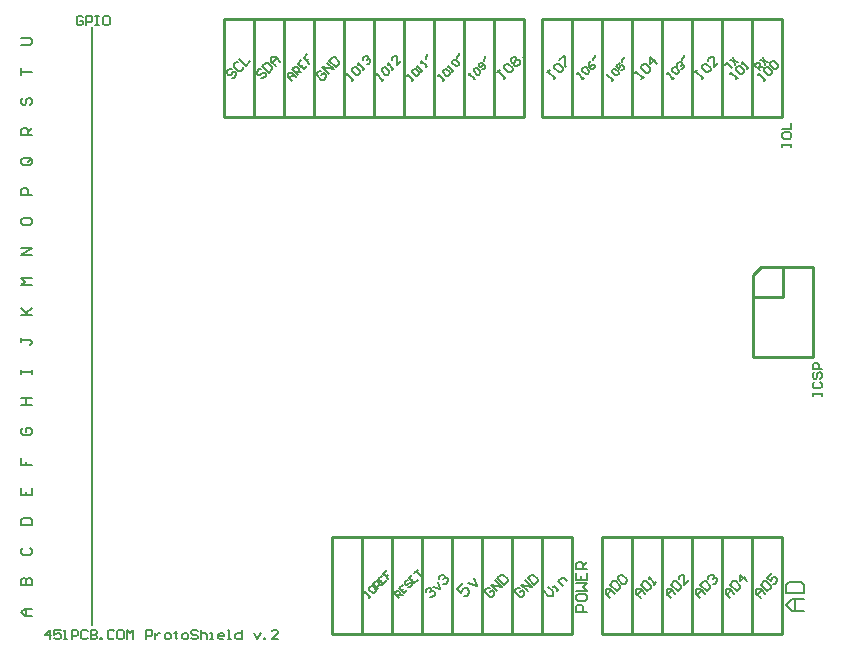
<source format=gto>
%FSTAX23Y23*%
%MOIN*%
%SFA1B1*%

%IPPOS*%
%ADD16C,0.010000*%
%ADD17C,0.007870*%
%ADD18C,0.005910*%
%ADD19C,0.005000*%
%ADD20C,0.005120*%
%LNarduino-uno-shield-v2-1*%
%LPD*%
G54D16*
X02455Y00948D02*
X02655D01*
Y01248*
X02455Y01148D02*
X02555D01*
Y01248*
X02455Y01223D02*
X0248Y01248D01*
X02655*
X02455Y00948D02*
Y01223D01*
X0175Y0175D02*
Y0205D01*
X0185Y0175D02*
Y02075D01*
X0195Y0175D02*
Y02075D01*
X0205Y0175D02*
Y02075D01*
X0215Y0175D02*
Y02075D01*
X0225Y0175D02*
Y02075D01*
X0245Y0175D02*
Y02075D01*
X0255Y0175D02*
Y0205D01*
X0069Y0175D02*
Y0205D01*
X0079Y0175D02*
Y02075D01*
X0089Y0175D02*
Y02075D01*
X0099Y0175D02*
Y02075D01*
X0109Y0175D02*
Y02075D01*
X0119Y0175D02*
Y02075D01*
X0129Y0175D02*
Y02075D01*
X0139Y0175D02*
Y02075D01*
X0149Y0175D02*
Y02075D01*
X0159Y0175D02*
Y02075D01*
X0255Y0005D02*
Y0035D01*
X0245Y00025D02*
Y0035D01*
X0235Y00025D02*
Y0035D01*
X0225Y00025D02*
Y0035D01*
X0215Y00025D02*
Y0035D01*
X0205Y00025D02*
Y0035D01*
X0195Y0005D02*
Y0035D01*
X0185Y0005D02*
Y0035D01*
X0175Y00025D02*
Y0035D01*
X0165Y00025D02*
Y0035D01*
X0155Y00025D02*
Y0035D01*
X0145Y00025D02*
Y0035D01*
X0135Y00025D02*
Y0035D01*
X0125Y00025D02*
Y0035D01*
X0105Y0005D02*
Y0035D01*
X0115Y00025D02*
Y0035D01*
X0105Y00225D02*
Y0035D01*
X0185*
Y00225D02*
Y0035D01*
Y00025D02*
Y0015D01*
X0105Y00025D02*
Y0015D01*
Y00025D02*
X0185D01*
X0255Y0175D02*
Y01875D01*
X0175Y0175D02*
Y01875D01*
Y0175D02*
X0255D01*
X0175Y0195D02*
Y02075D01*
X0255*
Y0195D02*
Y02075D01*
X0169Y0175D02*
Y01875D01*
X0159Y0175D02*
X0169D01*
X0069D02*
Y01875D01*
Y0175D02*
X0159D01*
X01615Y02075D02*
X0169D01*
X0069Y0195D02*
Y02075D01*
X01615*
X0195Y001D02*
Y0015D01*
X0255Y0005D02*
Y0015D01*
X0195Y00025D02*
Y001D01*
Y00025D02*
X02D01*
X0255*
Y0005*
X0235Y0175D02*
Y02075D01*
X0255Y00225D02*
Y0025D01*
X0195Y00225D02*
Y003D01*
X0205Y0035D02*
X0255D01*
Y0025D02*
Y0035D01*
X0195Y003D02*
Y0035D01*
X0205*
G54D17*
X0025Y00055D02*
Y0205D01*
X02625Y00102D02*
X02585D01*
X02565Y00122*
X02585Y00141*
X02625*
X02595*
Y00102*
X02565Y00161D02*
X02625D01*
Y0019*
X02615Y002*
X02575*
X02565Y0019*
Y00161*
G54D18*
X019Y001D02*
X01864D01*
Y00117*
X0187Y00123*
X01882*
X01888Y00117*
Y001*
X01864Y00153D02*
Y00141D01*
X0187Y00135*
X01894*
X019Y00141*
Y00153*
X01894Y00159*
X0187*
X01864Y00153*
Y0017D02*
X019D01*
X01888Y00182*
X019Y00194*
X01864*
Y00229D02*
Y00206D01*
X019*
Y00229*
X01882Y00206D02*
Y00218D01*
X019Y00241D02*
X01864D01*
Y00259*
X0187Y00265*
X01882*
X01888Y00259*
Y00241*
Y00253D02*
X019Y00265D01*
X02551Y0165D02*
Y0166D01*
Y01655*
X02582*
Y0165*
Y0166*
X02551Y01691D02*
Y01681D01*
X02556Y01676*
X02577*
X02582Y01681*
Y01691*
X02577Y01697*
X02556*
X02551Y01691*
Y01707D02*
X02582D01*
Y01728*
X02653Y00818D02*
Y00829D01*
Y00824*
X02685*
Y00818*
Y00829*
X02658Y00866D02*
X02653Y0086D01*
Y0085*
X02658Y00845*
X02679*
X02685Y0085*
Y0086*
X02679Y00866*
X02658Y00897D02*
X02653Y00892D01*
Y00881*
X02658Y00876*
X02664*
X02669Y00881*
Y00892*
X02674Y00897*
X02679*
X02685Y00892*
Y00881*
X02679Y00876*
X02685Y00908D02*
X02653D01*
Y00923*
X02658Y00929*
X02669*
X02674Y00923*
Y00908*
X0011Y00007D02*
Y00039D01*
X00094Y00023*
X00115*
X00146Y00039D02*
X00125D01*
Y00023*
X00136Y00028*
X00141*
X00146Y00023*
Y00013*
X00141Y00007*
X00131*
X00125Y00013*
X00157Y00007D02*
X00167D01*
X00162*
Y00039*
X00157Y00034*
X00183Y00007D02*
Y00039D01*
X00199*
X00204Y00034*
Y00023*
X00199Y00018*
X00183*
X00236Y00034D02*
X0023Y00039D01*
X0022*
X00215Y00034*
Y00013*
X0022Y00007*
X0023*
X00236Y00013*
X00246Y00039D02*
Y00007D01*
X00262*
X00267Y00013*
Y00018*
X00262Y00023*
X00246*
X00262*
X00267Y00028*
Y00034*
X00262Y00039*
X00246*
X00278Y00007D02*
Y00013D01*
X00283*
Y00007*
X00278*
X00325Y00034D02*
X0032Y00039D01*
X00309*
X00304Y00034*
Y00013*
X00309Y00007*
X0032*
X00325Y00013*
X00351Y00039D02*
X00341D01*
X00335Y00034*
Y00013*
X00341Y00007*
X00351*
X00356Y00013*
Y00034*
X00351Y00039*
X00367Y00007D02*
Y00039D01*
X00377Y00028*
X00388Y00039*
Y00007*
X0043D02*
Y00039D01*
X00446*
X00451Y00034*
Y00023*
X00446Y00018*
X0043*
X00461Y00028D02*
Y00007D01*
Y00018*
X00467Y00023*
X00472Y00028*
X00477*
X00498Y00007D02*
X00509D01*
X00514Y00013*
Y00023*
X00509Y00028*
X00498*
X00493Y00023*
Y00013*
X00498Y00007*
X0053Y00034D02*
Y00028D01*
X00524*
X00535*
X0053*
Y00013*
X00535Y00007*
X00556D02*
X00566D01*
X00572Y00013*
Y00023*
X00566Y00028*
X00556*
X00551Y00023*
Y00013*
X00556Y00007*
X00603Y00034D02*
X00598Y00039D01*
X00587*
X00582Y00034*
Y00028*
X00587Y00023*
X00598*
X00603Y00018*
Y00013*
X00598Y00007*
X00587*
X00582Y00013*
X00614Y00039D02*
Y00007D01*
Y00023*
X00619Y00028*
X00629*
X00635Y00023*
Y00007*
X00645D02*
X00655D01*
X0065*
Y00028*
X00645*
X00687Y00007D02*
X00676D01*
X00671Y00013*
Y00023*
X00676Y00028*
X00687*
X00692Y00023*
Y00018*
X00671*
X00703Y00007D02*
X00713D01*
X00708*
Y00039*
X00703*
X0075D02*
Y00007D01*
X00734*
X00729Y00013*
Y00023*
X00734Y00028*
X0075*
X00792D02*
X00802Y00007D01*
X00813Y00028*
X00823Y00007D02*
Y00013D01*
X00829*
Y00007*
X00823*
X00871D02*
X0085D01*
X00871Y00028*
Y00034*
X00865Y00039*
X00855*
X0085Y00034*
X0005Y00086D02*
X00026D01*
X00014Y00098*
X00026Y0011*
X0005*
X00032*
Y00086*
X02472Y01889D02*
X02479Y01896D01*
X02475Y01892*
X02495Y01873*
X02492Y0187*
X02498Y01876*
Y01915D02*
X02492Y01909D01*
Y01902*
X02505Y01889*
X02511*
X02518Y01896*
Y01902*
X02505Y01915*
X02498*
X02511Y01922D02*
Y01928D01*
X02518Y01935*
X02524*
X02537Y01922*
Y01915*
X02531Y01909*
X02524*
X02511Y01922*
X02378Y01893D02*
X02384Y01899D01*
X02381Y01896*
X024Y01877*
X02397Y01874*
X02404Y0188*
Y01919D02*
X02397Y01912D01*
Y01906*
X0241Y01893*
X02417*
X02423Y01899*
Y01906*
X0241Y01919*
X02404*
X02433Y01909D02*
X02439Y01916D01*
X02436Y01912*
X02417Y01932*
Y01925*
X02261Y01897D02*
X02268Y01904D01*
X02264Y019*
X02287Y01878*
X02283Y01875*
X0229Y01882*
Y01926D02*
X02283Y01919D01*
Y01912*
X02298Y01897*
X02305*
X02313Y01904*
Y01912*
X02298Y01926*
X0229*
X02339Y0193D02*
X02324Y01915D01*
Y01945*
X0232Y01949*
X02313*
X02305Y01941*
Y01934*
X0206Y01896D02*
X02067Y01903D01*
X02064Y01899*
X02086Y01877*
X02082Y01874*
X0209Y01881*
Y01925D02*
X02082Y01918D01*
Y01911*
X02097Y01896*
X02104*
X02112Y01903*
Y01911*
X02097Y01925*
X0209*
X02134D02*
X02112Y01948D01*
Y01925*
X02127Y0194*
X01769Y01897D02*
X01776Y01904D01*
X01772Y019*
X01795Y01878*
X01791Y01875*
X01798Y01882*
Y01926D02*
X01791Y01919D01*
Y01912*
X01806Y01897*
X01813*
X01821Y01904*
Y01912*
X01806Y01926*
X01798*
X01809Y01938D02*
X01824Y01952D01*
X01828Y01949*
Y01919*
X01832Y01915*
X01602Y01897D02*
X0161Y01904D01*
X01606Y019*
X01628Y01878*
X01625Y01875*
X01632Y01882*
Y01926D02*
X01625Y01919D01*
Y01912*
X01639Y01897*
X01647*
X01654Y01904*
Y01912*
X01639Y01926*
X01632*
X01647Y01934D02*
Y01941D01*
X01654Y01949*
X01662*
X01665Y01945*
Y01938*
X01673*
X01676Y01934*
Y01926*
X01669Y01919*
X01662*
X01658Y01923*
Y0193*
X0165*
X01647Y01934*
X01658Y0193D02*
X01665Y01938D01*
X00815Y01907D02*
X00807D01*
X008Y01899*
Y01892*
X00804Y01888*
X00811*
X00818Y01896*
X00826*
X0083Y01892*
Y01885*
X00822Y01877*
X00815*
X00818Y01918D02*
X00841Y01896D01*
X00852Y01907*
Y01914*
X00837Y01929*
X0083*
X00818Y01918*
X00863D02*
X00848Y01933D01*
Y01948*
X00863*
X00878Y01933*
X00867Y01944*
X00852Y01929*
X00716Y01909D02*
X00709D01*
X00701Y01901*
Y01894*
X00705Y0189*
X00713*
X0072Y01898*
X00727*
X00731Y01894*
Y01887*
X00724Y01879*
X00716*
X00739Y01931D02*
X00731D01*
X00724Y01924*
Y01916*
X00739Y01901*
X00746*
X00753Y01909*
Y01916*
X00742Y01942D02*
X00765Y0192D01*
X00779Y01935*
X01363Y00164D02*
Y00171D01*
X0137Y00179*
X01378*
X01381Y00175*
Y00167*
X01378Y00164*
X01381Y00167*
X01389*
X01393Y00164*
Y00156*
X01385Y00149*
X01378*
X01389Y00182D02*
X01411Y00175D01*
X01404Y00197*
X01407Y00208D02*
Y00216D01*
X01415Y00223*
X01422*
X01426Y00219*
Y00212*
X01422Y00208*
X01426Y00212*
X01433*
X01437Y00208*
Y00201*
X0143Y00193*
X01422*
X01757Y00167D02*
X01772Y00153D01*
X01786*
Y00167*
X01772Y00182*
X01801Y00167D02*
X01809Y00175D01*
X01805Y00171*
X0179Y00186*
X01786Y00182*
X0182Y00186D02*
X01805Y00201D01*
X01816Y00212*
X01824*
X01835Y00201*
X01978Y00145D02*
X01963Y0016D01*
Y00175*
X01978*
X01993Y0016*
X01982Y00171*
X01967Y00156*
X01978Y0019D02*
X02Y00167D01*
X02011Y00179*
Y00186*
X01996Y00201*
X01989*
X01978Y0019*
X02004Y00208D02*
Y00216D01*
X02011Y00223*
X02019*
X02034Y00208*
Y00201*
X02026Y00193*
X02019*
X02004Y00208*
X0208Y00145D02*
X02065Y0016D01*
Y00175*
X0208*
X02095Y0016*
X02084Y00171*
X02069Y00156*
X0208Y0019D02*
X02102Y00167D01*
X02114Y00179*
Y00186*
X02099Y00201*
X02091*
X0208Y0019*
X02125D02*
X02132Y00197D01*
X02128Y00193*
X02106Y00216*
Y00208*
X02181Y00145D02*
X02166Y0016D01*
Y00175*
X02181*
X02195Y0016*
X02184Y00171*
X02169Y00156*
X02181Y0019D02*
X02203Y00167D01*
X02214Y00179*
Y00186*
X02199Y00201*
X02192*
X02181Y0019*
X0224Y00205D02*
X02225Y0019D01*
Y00219*
X02221Y00223*
X02214*
X02207Y00216*
Y00208*
X02279Y00145D02*
X02264Y0016D01*
Y00175*
X02279*
X02294Y0016*
X02283Y00171*
X02268Y00156*
X02279Y0019D02*
X02301Y00167D01*
X02312Y00179*
Y00186*
X02298Y00201*
X0229*
X02279Y0019*
X02305Y00208D02*
Y00216D01*
X02312Y00223*
X0232*
X02324Y00219*
Y00212*
X0232Y00208*
X02324Y00212*
X02331*
X02335Y00208*
Y00201*
X02327Y00193*
X0232*
X02377Y00145D02*
X02363Y0016D01*
Y00175*
X02377*
X02392Y0016*
X02381Y00171*
X02366Y00156*
X02377Y0019D02*
X024Y00167D01*
X02411Y00179*
Y00186*
X02396Y00201*
X02389*
X02377Y0019*
X02433Y00201D02*
X02411Y00223D01*
Y00201*
X02426Y00216*
X0248Y00145D02*
X02465Y0016D01*
Y00175*
X0248*
X02495Y0016*
X02484Y00171*
X02469Y00156*
X0248Y0019D02*
X02502Y00167D01*
X02513Y00179*
Y00186*
X02498Y00201*
X02491*
X0248Y0019*
X02517Y00227D02*
X02502Y00212D01*
X02513Y00201*
X02517Y00212*
X02521Y00216*
X02528*
X02535Y00208*
Y00201*
X02528Y00193*
X02521*
X01486Y00194D02*
X01468Y00175D01*
X01482Y00161*
X01486Y00175*
X01491Y0018*
X015*
X01509Y0017*
Y00161*
X015Y00152*
X01491*
X01505Y00194D02*
X01533Y00184D01*
X01523Y00212*
X00014Y00188D02*
X0005D01*
Y00206*
X00044Y00212*
X00038*
X00032Y00206*
Y00188*
Y00206*
X00026Y00212*
X0002*
X00014Y00206*
Y00188*
X0002Y00312D02*
X00014Y00306D01*
Y00294*
X0002Y00288*
X00044*
X0005Y00294*
Y00306*
X00044Y00312*
X00014Y00388D02*
X0005D01*
Y00406*
X00044Y00412*
X0002*
X00014Y00406*
Y00388*
Y00512D02*
Y00488D01*
X0005*
Y00512*
X00032Y00488D02*
Y005D01*
X00014Y00612D02*
Y00588D01*
X00032*
Y006*
Y00588*
X0005*
X0002Y00712D02*
X00014Y00706D01*
Y00694*
X0002Y00688*
X00044*
X0005Y00694*
Y00706*
X00044Y00712*
X00032*
Y007*
X00014Y00788D02*
X0005D01*
X00032*
Y00812*
X00014*
X0005*
X00014Y00893D02*
Y00905D01*
Y00899*
X0005*
Y00893*
Y00905*
X00014Y01012D02*
Y01D01*
Y01006*
X00044*
X0005Y01*
Y00994*
X00044Y00988*
X00014Y01088D02*
X0005D01*
X00038*
X00014Y01112*
X00032Y01094*
X0005Y01112*
Y01188D02*
X00014D01*
X00026Y012*
X00014Y01212*
X0005*
Y01288D02*
X00014D01*
X0005Y01312*
X00014*
Y01406D02*
Y01394D01*
X0002Y01388*
X00044*
X0005Y01394*
Y01406*
X00044Y01412*
X0002*
X00014Y01406*
X0005Y01488D02*
X00014D01*
Y01506*
X0002Y01512*
X00032*
X00038Y01506*
Y01488*
X00044Y01612D02*
X0002D01*
X00014Y01606*
Y01594*
X0002Y01588*
X00044*
X0005Y01594*
Y01606*
X00038Y016D02*
X0005Y01612D01*
Y01606D02*
X00044Y01612D01*
X0005Y01688D02*
X00014D01*
Y01706*
X0002Y01712*
X00032*
X00038Y01706*
Y01688*
Y017D02*
X0005Y01712D01*
X0002Y01812D02*
X00014Y01806D01*
Y01794*
X0002Y01788*
X00026*
X00032Y01794*
Y01806*
X00038Y01812*
X00044*
X0005Y01806*
Y01794*
X00044Y01788*
X00014Y01888D02*
Y01912D01*
Y019*
X0005*
X00014Y01988D02*
X00044D01*
X0005Y01994*
Y02006*
X00044Y02012*
X00014*
G54D19*
X02476Y01905D02*
X02459Y01922D01*
X02468Y0193*
X02473*
X02479Y01924*
Y01919*
X0247Y01911*
X02476Y01916D02*
X02487D01*
X02476Y01938D02*
X02504Y01933D01*
X02487Y0195D02*
X02493Y01922D01*
X02361D02*
X02372Y01933D01*
X02366Y01927*
X02383Y01911*
X02377Y01938D02*
X02405Y01933D01*
X02389Y0195D02*
X02394Y01922D01*
X02167Y01891D02*
X02173Y01897D01*
X0217Y01894*
X02187Y01876*
X02185Y01874*
X0219Y01879*
Y01914D02*
X02185Y01908D01*
Y01902*
X02196Y01891*
X02202*
X02208Y01897*
Y01902*
X02196Y01914*
X0219*
X02202Y0192D02*
Y01925D01*
X02208Y01931*
X02213*
X02216Y01928*
Y01922*
X02213Y0192*
X02216Y01922*
X02222*
X02225Y0192*
Y01914*
X02219Y01908*
X02213*
X02219Y01937D02*
Y01943D01*
X02225Y01948*
Y01954*
X01967Y01887D02*
X01972Y01893D01*
X01969Y0189*
X01987Y01872*
X01984Y0187*
X0199Y01875*
Y0191D02*
X01984Y01904D01*
Y01898*
X01995Y01887*
X02001*
X02007Y01893*
Y01898*
X01995Y0191*
X0199*
X0201Y0193D02*
X01998Y01918D01*
X02007Y0191*
X0201Y01918*
X02013Y01921*
X02018*
X02024Y01916*
Y0191*
X02018Y01904*
X02013*
X02018Y01933D02*
Y01939D01*
X02024Y01944*
Y0195*
X01868Y01891D02*
X01874Y01897D01*
X01871Y01894*
X01888Y01876*
X01885Y01874*
X01891Y01879*
Y01914D02*
X01885Y01908D01*
Y01902*
X01897Y01891*
X01903*
X01908Y01897*
Y01902*
X01897Y01914*
X01891*
X01911Y01934D02*
X01908Y01925D01*
Y01914*
X01914Y01908*
X0192*
X01926Y01914*
Y0192*
X01923Y01922*
X01917*
X01908Y01914*
X0192Y01937D02*
Y01943D01*
X01926Y01948*
Y01954*
X01506Y0189D02*
X01512Y01896D01*
X01509Y01893*
X01526Y01876*
X01523Y01874*
X01529Y01879*
Y01912D02*
X01523Y01907D01*
Y01901*
X01534Y0189*
X0154*
X01545Y01896*
Y01901*
X01534Y01912*
X01529*
X01551Y01907D02*
X01557D01*
X01562Y01912*
Y01918*
X01551Y01929*
X01545*
X0154Y01924*
Y01918*
X01543Y01915*
X01548*
X01557Y01924*
Y01935D02*
Y0194D01*
X01562Y01946*
Y01951*
X01404Y01886D02*
X0141Y01892D01*
X01407Y01889*
X01424Y01872*
X01421Y0187*
X01426Y01875*
Y01909D02*
X01421Y01903D01*
Y01897*
X01432Y01886*
X01437*
X01443Y01892*
Y01897*
X01432Y01909*
X01426*
X01451Y019D02*
X01457Y01906D01*
X01454Y01903*
X01437Y0192*
Y01914*
X01451Y01928D02*
Y01934D01*
X01457Y01939*
X01463*
X01474Y01928*
Y01922*
X01468Y01917*
X01463*
X01451Y01928*
X01468Y01945D02*
Y0195D01*
X01474Y01956*
Y01961*
X01302Y01886D02*
X01307Y01892D01*
X01304Y01889*
X01321Y01872*
X01318Y0187*
X01324Y01875*
Y01909D02*
X01318Y01903D01*
Y01897*
X0133Y01886*
X01335*
X01341Y01892*
Y01897*
X0133Y01909*
X01324*
X01349Y019D02*
X01355Y01906D01*
X01352Y01903*
X01335Y0192*
Y01914*
X01363D02*
X01368Y0192D01*
X01366Y01917*
X01349Y01934*
Y01928*
X01363Y01942D02*
Y01948D01*
X01368Y01953*
Y01959*
X01197Y01889D02*
X01203Y01896D01*
X012Y01892*
X01219Y01873*
X01216Y0187*
X01223Y01876*
Y01915D02*
X01216Y01909D01*
Y01902*
X01229Y01889*
X01236*
X01242Y01896*
Y01902*
X01229Y01915*
X01223*
X01252Y01905D02*
X01258Y01912D01*
X01255Y01909*
X01236Y01928*
Y01922*
X01281Y01935D02*
X01268Y01922D01*
Y01948*
X01265Y01951*
X01258*
X01252Y01944*
Y01938*
X01098Y01889D02*
X01105Y01896D01*
X01101Y01892*
X01121Y01873*
X01118Y0187*
X01124Y01876*
Y01915D02*
X01118Y01909D01*
Y01902*
X01131Y01889*
X01137*
X01144Y01896*
Y01902*
X01131Y01915*
X01124*
X01153Y01905D02*
X0116Y01912D01*
X01157Y01909*
X01137Y01928*
Y01922*
X01153Y01938D02*
Y01944D01*
X0116Y01951*
X01166*
X0117Y01948*
Y01941*
X01166Y01938*
X0117Y01941*
X01176*
X01179Y01938*
Y01931*
X01173Y01925*
X01166*
X00917Y01868D02*
X00904Y01881D01*
Y01894*
X00917*
X0093Y01881*
X0092Y0189*
X00907Y01877*
X00936Y01887D02*
X00917Y01907D01*
X00927Y01916*
X00933*
X0094Y0191*
Y01903*
X0093Y01894*
X00936Y019D02*
X00949D01*
Y01939D02*
X00936Y01926D01*
X00956Y01907*
X00969Y0192*
X00946Y01916D02*
X00953Y01923D01*
X00969Y01959D02*
X00956Y01946D01*
X00966Y01936*
X00972Y01942*
X00966Y01936*
X00975Y01926*
X0022Y02081D02*
X00215Y02086D01*
X00205*
X002Y02081*
Y0206*
X00205Y02055*
X00215*
X0022Y0206*
Y0207*
X0021*
X00231Y02055D02*
Y02086D01*
X00247*
X00252Y02081*
Y0207*
X00247Y02065*
X00231*
X00262Y02086D02*
X00273D01*
X00268*
Y02055*
X00262*
X00273*
X00304Y02086D02*
X00294D01*
X00289Y02081*
Y0206*
X00294Y02055*
X00304*
X0031Y0206*
Y02081*
X00304Y02086*
G54D20*
X01015Y01903D02*
X01008D01*
X01001Y01896*
Y01888*
X01015Y01873*
X01023*
X0103Y01881*
Y01888*
X01023Y01896*
X01015Y01888*
X01041Y01892D02*
X01019Y01914D01*
X01056Y01907*
X01034Y01929*
X01041Y01936D02*
X01064Y01914D01*
X01075Y01925*
Y01933*
X0106Y01948*
X01053*
X01041Y01936*
X01677Y00179D02*
X01669D01*
X01662Y00171*
Y00164*
X01677Y00149*
X01684*
X01692Y00156*
Y00164*
X01684Y00171*
X01677Y00164*
X01703Y00167D02*
X01681Y0019D01*
X01718Y00182*
X01695Y00205*
X01703Y00212D02*
X01725Y0019D01*
X01736Y00201*
Y00208*
X01721Y00223*
X01714*
X01703Y00212*
X01158Y00162D02*
X01163Y00167D01*
X01161Y00165*
X01177Y00148*
X01175Y00145*
X0118Y00151*
Y00184D02*
X01175Y00179D01*
Y00173*
X01186Y00162*
X01191*
X01197Y00167*
Y00173*
X01186Y00184*
X0118*
X01205Y00176D02*
X01188Y00192D01*
X01197Y00201*
X01202*
X01208Y00195*
Y0019*
X012Y00181*
X01205Y00187D02*
X01216D01*
Y0022D02*
X01205Y00209D01*
X01222Y00192*
X01233Y00204*
X01213Y00201D02*
X01219Y00206D01*
X01233Y00237D02*
X01222Y00226D01*
X0123Y00218*
X01236Y00223*
X0123Y00218*
X01239Y00209*
X01275Y00145D02*
X01258Y00162D01*
X01266Y0017*
X01272*
X01277Y00165*
Y00159*
X01269Y00151*
X01275Y00156D02*
X01286D01*
Y0019D02*
X01275Y00179D01*
X01291Y00162*
X01302Y00173*
X01283Y0017D02*
X01288Y00176D01*
X01305Y00204D02*
X013D01*
X01294Y00198*
Y00192*
X01297Y0019*
X01302*
X01308Y00195*
X01313*
X01316Y00192*
Y00187*
X01311Y00181*
X01305*
X01319Y00223D02*
X01308Y00212D01*
X01325Y00195*
X01336Y00206*
X01316Y00204D02*
X01322Y00209D01*
X01325Y00229D02*
X01336Y0024D01*
X0133Y00234*
X01347Y00218*
X01577Y00179D02*
X01569D01*
X01562Y00171*
Y00164*
X01577Y00149*
X01584*
X01591Y00156*
Y00164*
X01584Y00171*
X01577Y00164*
X01602Y00167D02*
X0158Y0019D01*
X01617Y00182*
X01595Y00205*
X01602Y00212D02*
X01625Y0019D01*
X01636Y00201*
Y00208*
X01621Y00223*
X01614*
X01602Y00212*
G54D16*
X01689Y0195D02*
X0169D01*
Y02075*
Y0175D02*
Y0205D01*
M02*
</source>
